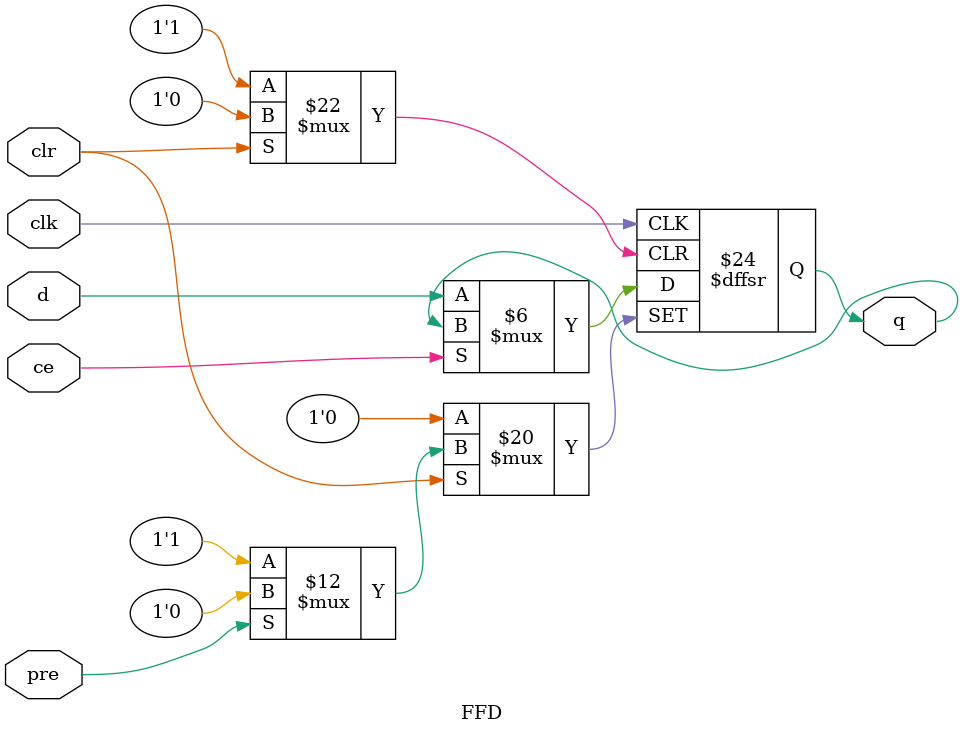
<source format=v>
`timescale 1ns / 1ps
module FFD(d,clk,pre,clr,ce,q);
input d,clk,clr,pre,ce;
output q;
reg q;
always @ (negedge clk , negedge clr, negedge pre)
if (!pre)
q = 1'b1;
else if (!clr)
q = 1'b0;
else if (!ce)
q = d;


endmodule

</source>
